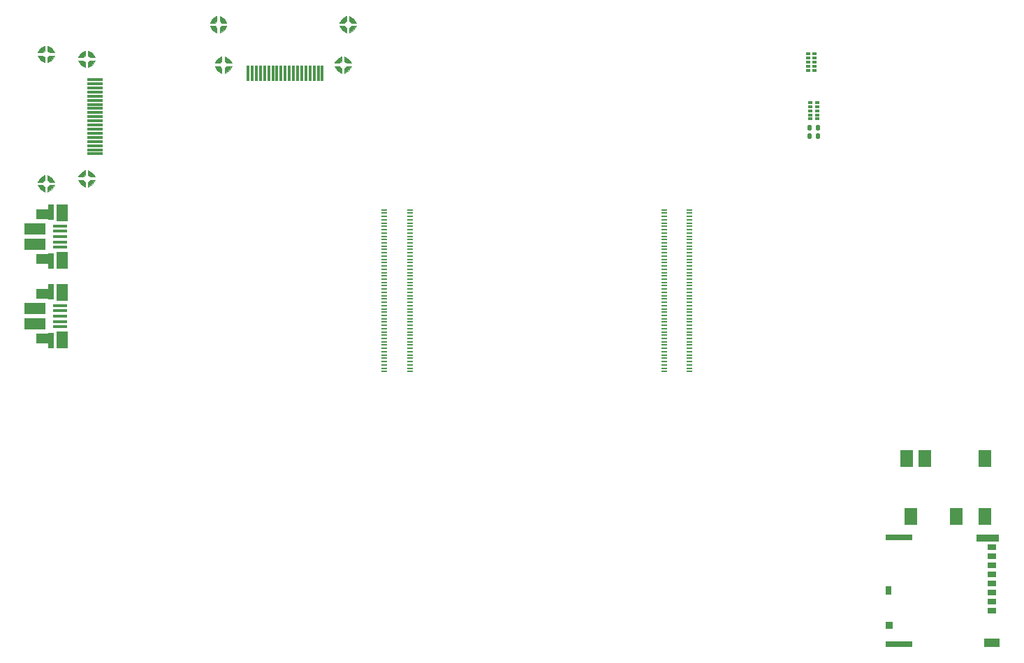
<source format=gbp>
G04 #@! TF.GenerationSoftware,KiCad,Pcbnew,(6.99.0-3780-g6ddc5c1a6e)*
G04 #@! TF.CreationDate,2022-10-07T14:26:14+02:00*
G04 #@! TF.ProjectId,Unifying,556e6966-7969-46e6-972e-6b696361645f,rev?*
G04 #@! TF.SameCoordinates,Original*
G04 #@! TF.FileFunction,Paste,Bot*
G04 #@! TF.FilePolarity,Positive*
%FSLAX46Y46*%
G04 Gerber Fmt 4.6, Leading zero omitted, Abs format (unit mm)*
G04 Created by KiCad (PCBNEW (6.99.0-3780-g6ddc5c1a6e)) date 2022-10-07 14:26:14*
%MOMM*%
%LPD*%
G01*
G04 APERTURE LIST*
G04 Aperture macros list*
%AMRoundRect*
0 Rectangle with rounded corners*
0 $1 Rounding radius*
0 $2 $3 $4 $5 $6 $7 $8 $9 X,Y pos of 4 corners*
0 Add a 4 corners polygon primitive as box body*
4,1,4,$2,$3,$4,$5,$6,$7,$8,$9,$2,$3,0*
0 Add four circle primitives for the rounded corners*
1,1,$1+$1,$2,$3*
1,1,$1+$1,$4,$5*
1,1,$1+$1,$6,$7*
1,1,$1+$1,$8,$9*
0 Add four rect primitives between the rounded corners*
20,1,$1+$1,$2,$3,$4,$5,0*
20,1,$1+$1,$4,$5,$6,$7,0*
20,1,$1+$1,$6,$7,$8,$9,0*
20,1,$1+$1,$8,$9,$2,$3,0*%
G04 Aperture macros list end*
%ADD10C,0.100000*%
%ADD11R,0.550000X0.300000*%
%ADD12R,0.550000X0.400000*%
%ADD13RoundRect,0.135000X0.135000X0.185000X-0.135000X0.185000X-0.135000X-0.185000X0.135000X-0.185000X0*%
%ADD14R,1.750000X0.400000*%
%ADD15R,0.700000X1.825000*%
%ADD16R,1.400000X2.000000*%
%ADD17R,2.000000X1.300000*%
%ADD18R,2.500000X1.425000*%
%ADD19R,1.900000X0.300000*%
%ADD20R,1.500000X2.000000*%
%ADD21R,1.100000X0.700000*%
%ADD22R,0.930000X0.900000*%
%ADD23R,0.780000X1.050000*%
%ADD24R,3.330000X0.700000*%
%ADD25R,1.830000X1.140000*%
%ADD26R,2.800000X0.860000*%
%ADD27R,0.700000X0.200000*%
%ADD28R,0.300000X1.900000*%
G04 APERTURE END LIST*
G36*
X99410000Y-96820000D02*
G01*
X99410000Y-97420000D01*
X98910000Y-97120000D01*
X98610000Y-96620000D01*
X99210000Y-96620000D01*
X99410000Y-96820000D01*
G37*
D10*
X99410000Y-96820000D02*
X99410000Y-97420000D01*
X98910000Y-97120000D01*
X98610000Y-96620000D01*
X99210000Y-96620000D01*
X99410000Y-96820000D01*
G36*
X100310000Y-97120000D02*
G01*
X99810000Y-97420000D01*
X99810000Y-96820000D01*
X100010000Y-96620000D01*
X100610000Y-96620000D01*
X100310000Y-97120000D01*
G37*
X100310000Y-97120000D02*
X99810000Y-97420000D01*
X99810000Y-96820000D01*
X100010000Y-96620000D01*
X100610000Y-96620000D01*
X100310000Y-97120000D01*
G36*
X104310000Y-96220000D02*
G01*
X104310000Y-96820000D01*
X103810000Y-96520000D01*
X103510000Y-96020000D01*
X104110000Y-96020000D01*
X104310000Y-96220000D01*
G37*
X104310000Y-96220000D02*
X104310000Y-96820000D01*
X103810000Y-96520000D01*
X103510000Y-96020000D01*
X104110000Y-96020000D01*
X104310000Y-96220000D01*
G36*
X105210000Y-96520000D02*
G01*
X104710000Y-96820000D01*
X104710000Y-96220000D01*
X104910000Y-96020000D01*
X105510000Y-96020000D01*
X105210000Y-96520000D01*
G37*
X105210000Y-96520000D02*
X104710000Y-96820000D01*
X104710000Y-96220000D01*
X104910000Y-96020000D01*
X105510000Y-96020000D01*
X105210000Y-96520000D01*
G36*
X99410000Y-96020000D02*
G01*
X99210000Y-96220000D01*
X98610000Y-96220000D01*
X98910000Y-95720000D01*
X99410000Y-95420000D01*
X99410000Y-96020000D01*
G37*
X99410000Y-96020000D02*
X99210000Y-96220000D01*
X98610000Y-96220000D01*
X98910000Y-95720000D01*
X99410000Y-95420000D01*
X99410000Y-96020000D01*
G36*
X100310000Y-95720000D02*
G01*
X100610000Y-96220000D01*
X100010000Y-96220000D01*
X99810000Y-96020000D01*
X99810000Y-95420000D01*
X100310000Y-95720000D01*
G37*
X100310000Y-95720000D02*
X100610000Y-96220000D01*
X100010000Y-96220000D01*
X99810000Y-96020000D01*
X99810000Y-95420000D01*
X100310000Y-95720000D01*
G36*
X104310000Y-95420000D02*
G01*
X104110000Y-95620000D01*
X103510000Y-95620000D01*
X103810000Y-95120000D01*
X104310000Y-94820000D01*
X104310000Y-95420000D01*
G37*
X104310000Y-95420000D02*
X104110000Y-95620000D01*
X103510000Y-95620000D01*
X103810000Y-95120000D01*
X104310000Y-94820000D01*
X104310000Y-95420000D01*
G36*
X105210000Y-95120000D02*
G01*
X105510000Y-95620000D01*
X104910000Y-95620000D01*
X104710000Y-95420000D01*
X104710000Y-94820000D01*
X105210000Y-95120000D01*
G37*
X105210000Y-95120000D02*
X105510000Y-95620000D01*
X104910000Y-95620000D01*
X104710000Y-95420000D01*
X104710000Y-94820000D01*
X105210000Y-95120000D01*
G36*
X104310000Y-81720000D02*
G01*
X104310000Y-82320000D01*
X103810000Y-82020000D01*
X103510000Y-81520000D01*
X104110000Y-81520000D01*
X104310000Y-81720000D01*
G37*
X104310000Y-81720000D02*
X104310000Y-82320000D01*
X103810000Y-82020000D01*
X103510000Y-81520000D01*
X104110000Y-81520000D01*
X104310000Y-81720000D01*
G36*
X105210000Y-82020000D02*
G01*
X104710000Y-82320000D01*
X104710000Y-81720000D01*
X104910000Y-81520000D01*
X105510000Y-81520000D01*
X105210000Y-82020000D01*
G37*
X105210000Y-82020000D02*
X104710000Y-82320000D01*
X104710000Y-81720000D01*
X104910000Y-81520000D01*
X105510000Y-81520000D01*
X105210000Y-82020000D01*
G36*
X99410000Y-81120000D02*
G01*
X99410000Y-81720000D01*
X98910000Y-81420000D01*
X98610000Y-80920000D01*
X99210000Y-80920000D01*
X99410000Y-81120000D01*
G37*
X99410000Y-81120000D02*
X99410000Y-81720000D01*
X98910000Y-81420000D01*
X98610000Y-80920000D01*
X99210000Y-80920000D01*
X99410000Y-81120000D01*
G36*
X100310000Y-81420000D02*
G01*
X99810000Y-81720000D01*
X99810000Y-81120000D01*
X100010000Y-80920000D01*
X100610000Y-80920000D01*
X100310000Y-81420000D01*
G37*
X100310000Y-81420000D02*
X99810000Y-81720000D01*
X99810000Y-81120000D01*
X100010000Y-80920000D01*
X100610000Y-80920000D01*
X100310000Y-81420000D01*
G36*
X104310000Y-80920000D02*
G01*
X104110000Y-81120000D01*
X103510000Y-81120000D01*
X103810000Y-80620000D01*
X104310000Y-80320000D01*
X104310000Y-80920000D01*
G37*
X104310000Y-80920000D02*
X104110000Y-81120000D01*
X103510000Y-81120000D01*
X103810000Y-80620000D01*
X104310000Y-80320000D01*
X104310000Y-80920000D01*
G36*
X105210000Y-80620000D02*
G01*
X105510000Y-81120000D01*
X104910000Y-81120000D01*
X104710000Y-80920000D01*
X104710000Y-80320000D01*
X105210000Y-80620000D01*
G37*
X105210000Y-80620000D02*
X105510000Y-81120000D01*
X104910000Y-81120000D01*
X104710000Y-80920000D01*
X104710000Y-80320000D01*
X105210000Y-80620000D01*
G36*
X99410000Y-80320000D02*
G01*
X99210000Y-80520000D01*
X98610000Y-80520000D01*
X98910000Y-80020000D01*
X99410000Y-79720000D01*
X99410000Y-80320000D01*
G37*
X99410000Y-80320000D02*
X99210000Y-80520000D01*
X98610000Y-80520000D01*
X98910000Y-80020000D01*
X99410000Y-79720000D01*
X99410000Y-80320000D01*
G36*
X100310000Y-80020000D02*
G01*
X100610000Y-80520000D01*
X100010000Y-80520000D01*
X99810000Y-80320000D01*
X99810000Y-79720000D01*
X100310000Y-80020000D01*
G37*
X100310000Y-80020000D02*
X100610000Y-80520000D01*
X100010000Y-80520000D01*
X99810000Y-80320000D01*
X99810000Y-79720000D01*
X100310000Y-80020000D01*
G36*
X120290000Y-76720000D02*
G01*
X120090000Y-76920000D01*
X119490000Y-76920000D01*
X119790000Y-76420000D01*
X120290000Y-76120000D01*
X120290000Y-76720000D01*
G37*
X120290000Y-76720000D02*
X120090000Y-76920000D01*
X119490000Y-76920000D01*
X119790000Y-76420000D01*
X120290000Y-76120000D01*
X120290000Y-76720000D01*
G36*
X120290000Y-77520000D02*
G01*
X120290000Y-78120000D01*
X119790000Y-77820000D01*
X119490000Y-77320000D01*
X120090000Y-77320000D01*
X120290000Y-77520000D01*
G37*
X120290000Y-77520000D02*
X120290000Y-78120000D01*
X119790000Y-77820000D01*
X119490000Y-77320000D01*
X120090000Y-77320000D01*
X120290000Y-77520000D01*
G36*
X120890000Y-81620000D02*
G01*
X120690000Y-81820000D01*
X120090000Y-81820000D01*
X120390000Y-81320000D01*
X120890000Y-81020000D01*
X120890000Y-81620000D01*
G37*
X120890000Y-81620000D02*
X120690000Y-81820000D01*
X120090000Y-81820000D01*
X120390000Y-81320000D01*
X120890000Y-81020000D01*
X120890000Y-81620000D01*
G36*
X120890000Y-82420000D02*
G01*
X120890000Y-83020000D01*
X120390000Y-82720000D01*
X120090000Y-82220000D01*
X120690000Y-82220000D01*
X120890000Y-82420000D01*
G37*
X120890000Y-82420000D02*
X120890000Y-83020000D01*
X120390000Y-82720000D01*
X120090000Y-82220000D01*
X120690000Y-82220000D01*
X120890000Y-82420000D01*
G36*
X121190000Y-76420000D02*
G01*
X121490000Y-76920000D01*
X120890000Y-76920000D01*
X120690000Y-76720000D01*
X120690000Y-76120000D01*
X121190000Y-76420000D01*
G37*
X121190000Y-76420000D02*
X121490000Y-76920000D01*
X120890000Y-76920000D01*
X120690000Y-76720000D01*
X120690000Y-76120000D01*
X121190000Y-76420000D01*
G36*
X121190000Y-77820000D02*
G01*
X120690000Y-78120000D01*
X120690000Y-77520000D01*
X120890000Y-77320000D01*
X121490000Y-77320000D01*
X121190000Y-77820000D01*
G37*
X121190000Y-77820000D02*
X120690000Y-78120000D01*
X120690000Y-77520000D01*
X120890000Y-77320000D01*
X121490000Y-77320000D01*
X121190000Y-77820000D01*
G36*
X121790000Y-81320000D02*
G01*
X122090000Y-81820000D01*
X121490000Y-81820000D01*
X121290000Y-81620000D01*
X121290000Y-81020000D01*
X121790000Y-81320000D01*
G37*
X121790000Y-81320000D02*
X122090000Y-81820000D01*
X121490000Y-81820000D01*
X121290000Y-81620000D01*
X121290000Y-81020000D01*
X121790000Y-81320000D01*
G36*
X121790000Y-82720000D02*
G01*
X121290000Y-83020000D01*
X121290000Y-82420000D01*
X121490000Y-82220000D01*
X122090000Y-82220000D01*
X121790000Y-82720000D01*
G37*
X121790000Y-82720000D02*
X121290000Y-83020000D01*
X121290000Y-82420000D01*
X121490000Y-82220000D01*
X122090000Y-82220000D01*
X121790000Y-82720000D01*
G36*
X135390000Y-81620000D02*
G01*
X135190000Y-81820000D01*
X134590000Y-81820000D01*
X134890000Y-81320000D01*
X135390000Y-81020000D01*
X135390000Y-81620000D01*
G37*
X135390000Y-81620000D02*
X135190000Y-81820000D01*
X134590000Y-81820000D01*
X134890000Y-81320000D01*
X135390000Y-81020000D01*
X135390000Y-81620000D01*
G36*
X135390000Y-82420000D02*
G01*
X135390000Y-83020000D01*
X134890000Y-82720000D01*
X134590000Y-82220000D01*
X135190000Y-82220000D01*
X135390000Y-82420000D01*
G37*
X135390000Y-82420000D02*
X135390000Y-83020000D01*
X134890000Y-82720000D01*
X134590000Y-82220000D01*
X135190000Y-82220000D01*
X135390000Y-82420000D01*
G36*
X135990000Y-76720000D02*
G01*
X135790000Y-76920000D01*
X135190000Y-76920000D01*
X135490000Y-76420000D01*
X135990000Y-76120000D01*
X135990000Y-76720000D01*
G37*
X135990000Y-76720000D02*
X135790000Y-76920000D01*
X135190000Y-76920000D01*
X135490000Y-76420000D01*
X135990000Y-76120000D01*
X135990000Y-76720000D01*
G36*
X135990000Y-77520000D02*
G01*
X135990000Y-78120000D01*
X135490000Y-77820000D01*
X135190000Y-77320000D01*
X135790000Y-77320000D01*
X135990000Y-77520000D01*
G37*
X135990000Y-77520000D02*
X135990000Y-78120000D01*
X135490000Y-77820000D01*
X135190000Y-77320000D01*
X135790000Y-77320000D01*
X135990000Y-77520000D01*
G36*
X136290000Y-81320000D02*
G01*
X136590000Y-81820000D01*
X135990000Y-81820000D01*
X135790000Y-81620000D01*
X135790000Y-81020000D01*
X136290000Y-81320000D01*
G37*
X136290000Y-81320000D02*
X136590000Y-81820000D01*
X135990000Y-81820000D01*
X135790000Y-81620000D01*
X135790000Y-81020000D01*
X136290000Y-81320000D01*
G36*
X136290000Y-82720000D02*
G01*
X135790000Y-83020000D01*
X135790000Y-82420000D01*
X135990000Y-82220000D01*
X136590000Y-82220000D01*
X136290000Y-82720000D01*
G37*
X136290000Y-82720000D02*
X135790000Y-83020000D01*
X135790000Y-82420000D01*
X135990000Y-82220000D01*
X136590000Y-82220000D01*
X136290000Y-82720000D01*
G36*
X136890000Y-76420000D02*
G01*
X137190000Y-76920000D01*
X136590000Y-76920000D01*
X136390000Y-76720000D01*
X136390000Y-76120000D01*
X136890000Y-76420000D01*
G37*
X136890000Y-76420000D02*
X137190000Y-76920000D01*
X136590000Y-76920000D01*
X136390000Y-76720000D01*
X136390000Y-76120000D01*
X136890000Y-76420000D01*
G36*
X136890000Y-77820000D02*
G01*
X136390000Y-78120000D01*
X136390000Y-77520000D01*
X136590000Y-77320000D01*
X137190000Y-77320000D01*
X136890000Y-77820000D01*
G37*
X136890000Y-77820000D02*
X136390000Y-78120000D01*
X136390000Y-77520000D01*
X136590000Y-77320000D01*
X137190000Y-77320000D01*
X136890000Y-77820000D01*
D11*
X192009999Y-80719999D03*
X192009999Y-81219999D03*
D12*
X192009999Y-81719999D03*
D11*
X192009999Y-82219999D03*
X192009999Y-82719999D03*
X192779999Y-82719999D03*
X192779999Y-82219999D03*
D12*
X192779999Y-81719999D03*
D11*
X192779999Y-81219999D03*
X192779999Y-80719999D03*
X193044999Y-88589999D03*
X193044999Y-88089999D03*
D12*
X193044999Y-87589999D03*
D11*
X193044999Y-87089999D03*
X193044999Y-86589999D03*
X192274999Y-86589999D03*
X192274999Y-87089999D03*
D12*
X192274999Y-87589999D03*
D11*
X192274999Y-88089999D03*
X192274999Y-88589999D03*
D13*
X192140000Y-89660000D03*
X193160000Y-89660000D03*
X193150000Y-90700000D03*
X192130000Y-90700000D03*
D14*
X101311999Y-113811999D03*
X101311999Y-113161999D03*
X101311999Y-112511999D03*
X101311999Y-111861999D03*
X101311999Y-111211999D03*
D15*
X100191999Y-115499499D03*
D16*
X101551999Y-115361999D03*
D17*
X99421999Y-115236999D03*
D18*
X98241999Y-113474499D03*
X98241999Y-111549499D03*
D17*
X99421999Y-109786999D03*
D16*
X101551999Y-109611999D03*
D15*
X100191999Y-109524499D03*
D19*
X105509999Y-83819999D03*
X105509999Y-84319999D03*
X105509999Y-84819999D03*
X105509999Y-85319999D03*
X105509999Y-85819999D03*
X105509999Y-86319999D03*
X105509999Y-86819999D03*
X105509999Y-87319999D03*
X105509999Y-87819999D03*
X105509999Y-88319999D03*
X105509999Y-88819999D03*
X105509999Y-89319999D03*
X105509999Y-89819999D03*
X105509999Y-90319999D03*
X105509999Y-90819999D03*
X105509999Y-91319999D03*
X105509999Y-91819999D03*
X105509999Y-92319999D03*
X105509999Y-92819999D03*
D20*
X213359999Y-136799999D03*
X213359999Y-129799999D03*
X209959999Y-136799999D03*
X206159999Y-129799999D03*
X203959999Y-129799999D03*
X204459999Y-136799999D03*
D21*
X214272499Y-148225999D03*
X214272499Y-147125999D03*
X214272499Y-146025999D03*
X214272499Y-144925999D03*
X214272499Y-143825999D03*
X214272499Y-142725999D03*
X214272499Y-141625999D03*
X214272499Y-140525999D03*
D22*
X201807499Y-150015999D03*
D23*
X201732499Y-145750999D03*
D24*
X203007499Y-152325999D03*
D25*
X214257499Y-152105999D03*
D26*
X213772499Y-139445999D03*
D24*
X203007499Y-139365999D03*
D27*
X177615999Y-99623999D03*
X174535999Y-99623999D03*
X177615999Y-100023999D03*
X174535999Y-100023999D03*
X177615999Y-100423999D03*
X174535999Y-100423999D03*
X177615999Y-100823999D03*
X174535999Y-100823999D03*
X177615999Y-101223999D03*
X174535999Y-101223999D03*
X177615999Y-101623999D03*
X174535999Y-101623999D03*
X177615999Y-102023999D03*
X174535999Y-102023999D03*
X177615999Y-102423999D03*
X174535999Y-102423999D03*
X177615999Y-102823999D03*
X174535999Y-102823999D03*
X177615999Y-103223999D03*
X174535999Y-103223999D03*
X177615999Y-103623999D03*
X174535999Y-103623999D03*
X177615999Y-104023999D03*
X174535999Y-104023999D03*
X177615999Y-104423999D03*
X174535999Y-104423999D03*
X177615999Y-104823999D03*
X174535999Y-104823999D03*
X177615999Y-105223999D03*
X174535999Y-105223999D03*
X177615999Y-105623999D03*
X174535999Y-105623999D03*
X177615999Y-106023999D03*
X174535999Y-106023999D03*
X177615999Y-106423999D03*
X174535999Y-106423999D03*
X177615999Y-106823999D03*
X174535999Y-106823999D03*
X177615999Y-107223999D03*
X174535999Y-107223999D03*
X177615999Y-107623999D03*
X174535999Y-107623999D03*
X177615999Y-108023999D03*
X174535999Y-108023999D03*
X177615999Y-108423999D03*
X174535999Y-108423999D03*
X177615999Y-108823999D03*
X174535999Y-108823999D03*
X177615999Y-109223999D03*
X174535999Y-109223999D03*
X177615999Y-109623999D03*
X174535999Y-109623999D03*
X177615999Y-110023999D03*
X174535999Y-110023999D03*
X177615999Y-110423999D03*
X174535999Y-110423999D03*
X177615999Y-110823999D03*
X174535999Y-110823999D03*
X177615999Y-111223999D03*
X174535999Y-111223999D03*
X177615999Y-111623999D03*
X174535999Y-111623999D03*
X177615999Y-112023999D03*
X174535999Y-112023999D03*
X177615999Y-112423999D03*
X174535999Y-112423999D03*
X177615999Y-112823999D03*
X174535999Y-112823999D03*
X177615999Y-113223999D03*
X174535999Y-113223999D03*
X177615999Y-113623999D03*
X174535999Y-113623999D03*
X177615999Y-114023999D03*
X174535999Y-114023999D03*
X177615999Y-114423999D03*
X174535999Y-114423999D03*
X177615999Y-114823999D03*
X174535999Y-114823999D03*
X177615999Y-115223999D03*
X174535999Y-115223999D03*
X177615999Y-115623999D03*
X174535999Y-115623999D03*
X177615999Y-116023999D03*
X174535999Y-116023999D03*
X177615999Y-116423999D03*
X174535999Y-116423999D03*
X177615999Y-116823999D03*
X174535999Y-116823999D03*
X177615999Y-117223999D03*
X174535999Y-117223999D03*
X177615999Y-117623999D03*
X174535999Y-117623999D03*
X177615999Y-118023999D03*
X174535999Y-118023999D03*
X177615999Y-118423999D03*
X174535999Y-118423999D03*
X177615999Y-118823999D03*
X174535999Y-118823999D03*
X177615999Y-119223999D03*
X174535999Y-119223999D03*
X143695999Y-99623999D03*
X140615999Y-99623999D03*
X143695999Y-100023999D03*
X140615999Y-100023999D03*
X143695999Y-100423999D03*
X140615999Y-100423999D03*
X143695999Y-100823999D03*
X140615999Y-100823999D03*
X143695999Y-101223999D03*
X140615999Y-101223999D03*
X143695999Y-101623999D03*
X140615999Y-101623999D03*
X143695999Y-102023999D03*
X140615999Y-102023999D03*
X143695999Y-102423999D03*
X140615999Y-102423999D03*
X143695999Y-102823999D03*
X140615999Y-102823999D03*
X143695999Y-103223999D03*
X140615999Y-103223999D03*
X143695999Y-103623999D03*
X140615999Y-103623999D03*
X143695999Y-104023999D03*
X140615999Y-104023999D03*
X143695999Y-104423999D03*
X140615999Y-104423999D03*
X143695999Y-104823999D03*
X140615999Y-104823999D03*
X143695999Y-105223999D03*
X140615999Y-105223999D03*
X143695999Y-105623999D03*
X140615999Y-105623999D03*
X143695999Y-106023999D03*
X140615999Y-106023999D03*
X143695999Y-106423999D03*
X140615999Y-106423999D03*
X143695999Y-106823999D03*
X140615999Y-106823999D03*
X143695999Y-107223999D03*
X140615999Y-107223999D03*
X143695999Y-107623999D03*
X140615999Y-107623999D03*
X143695999Y-108023999D03*
X140615999Y-108023999D03*
X143695999Y-108423999D03*
X140615999Y-108423999D03*
X143695999Y-108823999D03*
X140615999Y-108823999D03*
X143695999Y-109223999D03*
X140615999Y-109223999D03*
X143695999Y-109623999D03*
X140615999Y-109623999D03*
X143695999Y-110023999D03*
X140615999Y-110023999D03*
X143695999Y-110423999D03*
X140615999Y-110423999D03*
X143695999Y-110823999D03*
X140615999Y-110823999D03*
X143695999Y-111223999D03*
X140615999Y-111223999D03*
X143695999Y-111623999D03*
X140615999Y-111623999D03*
X143695999Y-112023999D03*
X140615999Y-112023999D03*
X143695999Y-112423999D03*
X140615999Y-112423999D03*
X143695999Y-112823999D03*
X140615999Y-112823999D03*
X143695999Y-113223999D03*
X140615999Y-113223999D03*
X143695999Y-113623999D03*
X140615999Y-113623999D03*
X143695999Y-114023999D03*
X140615999Y-114023999D03*
X143695999Y-114423999D03*
X140615999Y-114423999D03*
X143695999Y-114823999D03*
X140615999Y-114823999D03*
X143695999Y-115223999D03*
X140615999Y-115223999D03*
X143695999Y-115623999D03*
X140615999Y-115623999D03*
X143695999Y-116023999D03*
X140615999Y-116023999D03*
X143695999Y-116423999D03*
X140615999Y-116423999D03*
X143695999Y-116823999D03*
X140615999Y-116823999D03*
X143695999Y-117223999D03*
X140615999Y-117223999D03*
X143695999Y-117623999D03*
X140615999Y-117623999D03*
X143695999Y-118023999D03*
X140615999Y-118023999D03*
X143695999Y-118423999D03*
X140615999Y-118423999D03*
X143695999Y-118823999D03*
X140615999Y-118823999D03*
X143695999Y-119223999D03*
X140615999Y-119223999D03*
D14*
X101295999Y-104159999D03*
X101295999Y-103509999D03*
X101295999Y-102859999D03*
X101295999Y-102209999D03*
X101295999Y-101559999D03*
D15*
X100175999Y-105847499D03*
D16*
X101535999Y-105709999D03*
D17*
X99405999Y-105584999D03*
D18*
X98225999Y-103822499D03*
X98225999Y-101897499D03*
D17*
X99405999Y-100134999D03*
D16*
X101535999Y-99959999D03*
D15*
X100175999Y-99872499D03*
D28*
X133089999Y-83019999D03*
X132589999Y-83019999D03*
X132089999Y-83019999D03*
X131589999Y-83019999D03*
X131089999Y-83019999D03*
X130589999Y-83019999D03*
X130089999Y-83019999D03*
X129589999Y-83019999D03*
X129089999Y-83019999D03*
X128589999Y-83019999D03*
X128089999Y-83019999D03*
X127589999Y-83019999D03*
X127089999Y-83019999D03*
X126589999Y-83019999D03*
X126089999Y-83019999D03*
X125589999Y-83019999D03*
X125089999Y-83019999D03*
X124589999Y-83019999D03*
X124089999Y-83019999D03*
M02*

</source>
